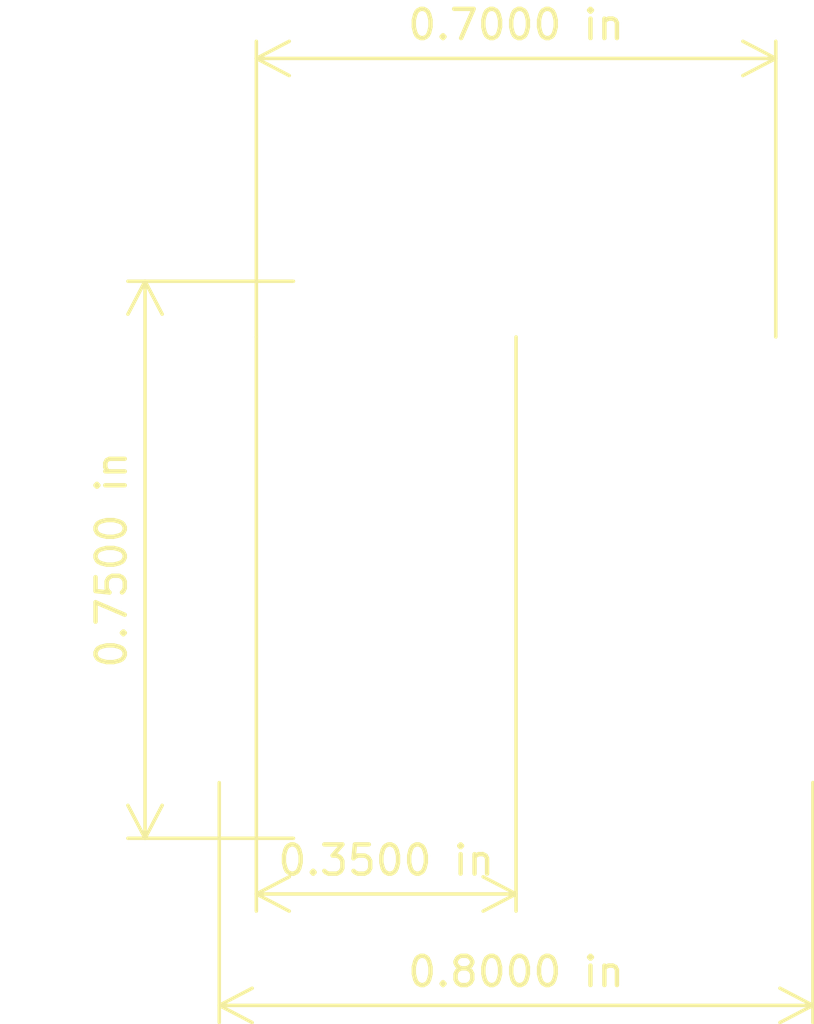
<source format=kicad_pcb>
(kicad_pcb (version 20171130) (host pcbnew 5.1.5-52549c5~84~ubuntu18.04.1)

  (general
    (thickness 1.6)
    (drawings 4)
    (tracks 0)
    (zones 0)
    (modules 0)
    (nets 1)
  )

  (page A4)
  (layers
    (0 F.Cu signal)
    (31 B.Cu signal)
    (32 B.Adhes user)
    (33 F.Adhes user)
    (34 B.Paste user)
    (35 F.Paste user)
    (36 B.SilkS user)
    (37 F.SilkS user)
    (38 B.Mask user)
    (39 F.Mask user)
    (40 Dwgs.User user)
    (41 Cmts.User user)
    (42 Eco1.User user)
    (43 Eco2.User user)
    (44 Edge.Cuts user)
    (45 Margin user)
    (46 B.CrtYd user)
    (47 F.CrtYd user)
    (48 B.Fab user)
    (49 F.Fab user)
  )

  (setup
    (last_trace_width 0.25)
    (user_trace_width 0.1524)
    (user_trace_width 0.2032)
    (user_trace_width 0.4)
    (user_trace_width 0.5)
    (user_trace_width 0.6096)
    (user_trace_width 0.8)
    (user_trace_width 1)
    (user_trace_width 2)
    (trace_clearance 0.2)
    (zone_clearance 0.508)
    (zone_45_only no)
    (trace_min 0.2)
    (via_size 0.8)
    (via_drill 0.4)
    (via_min_size 0.4)
    (via_min_drill 0.3)
    (uvia_size 0.3)
    (uvia_drill 0.1)
    (uvias_allowed no)
    (uvia_min_size 0.2)
    (uvia_min_drill 0.1)
    (edge_width 0.05)
    (segment_width 0.2)
    (pcb_text_width 0.3)
    (pcb_text_size 1.5 1.5)
    (mod_edge_width 0.12)
    (mod_text_size 1 1)
    (mod_text_width 0.15)
    (pad_size 1.7 1.7)
    (pad_drill 1)
    (pad_to_mask_clearance 0.051)
    (solder_mask_min_width 0.25)
    (pad_to_paste_clearance -0.0762)
    (aux_axis_origin 0 0)
    (visible_elements FFFFFF7F)
    (pcbplotparams
      (layerselection 0x010fc_ffffffff)
      (usegerberextensions false)
      (usegerberattributes false)
      (usegerberadvancedattributes false)
      (creategerberjobfile false)
      (excludeedgelayer true)
      (linewidth 0.100000)
      (plotframeref false)
      (viasonmask false)
      (mode 1)
      (useauxorigin false)
      (hpglpennumber 1)
      (hpglpenspeed 20)
      (hpglpendiameter 15.000000)
      (psnegative false)
      (psa4output false)
      (plotreference true)
      (plotvalue true)
      (plotinvisibletext false)
      (padsonsilk false)
      (subtractmaskfromsilk false)
      (outputformat 1)
      (mirror false)
      (drillshape 1)
      (scaleselection 1)
      (outputdirectory ""))
  )

  (net 0 "")

  (net_class Default "This is the default net class."
    (clearance 0.2)
    (trace_width 0.25)
    (via_dia 0.8)
    (via_drill 0.4)
    (uvia_dia 0.3)
    (uvia_drill 0.1)
  )

  (dimension 19.05 (width 0.12) (layer F.SilkS)
    (gr_text "19.050 mm" (at 143.51 105.41 90) (layer F.SilkS)
      (effects (font (size 1 1) (thickness 0.15)))
    )
    (feature1 (pts (xy 149.86 95.885) (xy 144.193579 95.885)))
    (feature2 (pts (xy 149.86 114.935) (xy 144.193579 114.935)))
    (crossbar (pts (xy 144.78 114.935) (xy 144.78 95.885)))
    (arrow1a (pts (xy 144.78 95.885) (xy 145.366421 97.011504)))
    (arrow1b (pts (xy 144.78 95.885) (xy 144.193579 97.011504)))
    (arrow2a (pts (xy 144.78 114.935) (xy 145.366421 113.808496)))
    (arrow2b (pts (xy 144.78 114.935) (xy 144.193579 113.808496)))
  )
  (dimension 20.32 (width 0.12) (layer F.SilkS)
    (gr_text "20.320 mm" (at 157.48 121.92) (layer F.SilkS)
      (effects (font (size 1 1) (thickness 0.15)))
    )
    (feature1 (pts (xy 147.32 113.03) (xy 147.32 121.236421)))
    (feature2 (pts (xy 167.64 113.03) (xy 167.64 121.236421)))
    (crossbar (pts (xy 167.64 120.65) (xy 147.32 120.65)))
    (arrow1a (pts (xy 147.32 120.65) (xy 148.446504 120.063579)))
    (arrow1b (pts (xy 147.32 120.65) (xy 148.446504 121.236421)))
    (arrow2a (pts (xy 167.64 120.65) (xy 166.513496 120.063579)))
    (arrow2b (pts (xy 167.64 120.65) (xy 166.513496 121.236421)))
  )
  (dimension 17.78 (width 0.12) (layer F.SilkS) (tstamp 5DFF28F9)
    (gr_text "17.780 mm" (at 157.48 86.995) (layer F.SilkS) (tstamp 5DFF28F9)
      (effects (font (size 1 1) (thickness 0.15)))
    )
    (feature1 (pts (xy 166.37 97.79) (xy 166.37 87.678579)))
    (feature2 (pts (xy 148.59 97.79) (xy 148.59 87.678579)))
    (crossbar (pts (xy 148.59 88.265) (xy 166.37 88.265)))
    (arrow1a (pts (xy 166.37 88.265) (xy 165.243496 88.851421)))
    (arrow1b (pts (xy 166.37 88.265) (xy 165.243496 87.678579)))
    (arrow2a (pts (xy 148.59 88.265) (xy 149.716504 88.851421)))
    (arrow2b (pts (xy 148.59 88.265) (xy 149.716504 87.678579)))
  )
  (dimension 8.89 (width 0.12) (layer F.SilkS) (tstamp 5DFF8CD2)
    (gr_text "8.890 mm" (at 153.035 118.11) (layer F.SilkS) (tstamp 5DFF8CD2)
      (effects (font (size 1 1) (thickness 0.15)))
    )
    (feature1 (pts (xy 157.48 97.79) (xy 157.48 117.426421)))
    (feature2 (pts (xy 148.59 97.79) (xy 148.59 117.426421)))
    (crossbar (pts (xy 148.59 116.84) (xy 157.48 116.84)))
    (arrow1a (pts (xy 157.48 116.84) (xy 156.353496 117.426421)))
    (arrow1b (pts (xy 157.48 116.84) (xy 156.353496 116.253579)))
    (arrow2a (pts (xy 148.59 116.84) (xy 149.716504 117.426421)))
    (arrow2b (pts (xy 148.59 116.84) (xy 149.716504 116.253579)))
  )

)

</source>
